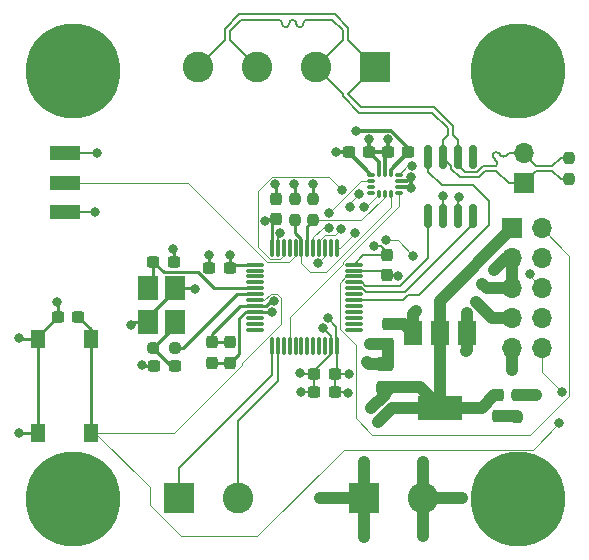
<source format=gbr>
%TF.GenerationSoftware,KiCad,Pcbnew,7.0.7*%
%TF.CreationDate,2024-03-24T23:16:09-05:00*%
%TF.ProjectId,lsm6dsoxCANEnabled,6c736d36-6473-46f7-9843-414e456e6162,rev?*%
%TF.SameCoordinates,Original*%
%TF.FileFunction,Copper,L1,Top*%
%TF.FilePolarity,Positive*%
%FSLAX46Y46*%
G04 Gerber Fmt 4.6, Leading zero omitted, Abs format (unit mm)*
G04 Created by KiCad (PCBNEW 7.0.7) date 2024-03-24 23:16:09*
%MOMM*%
%LPD*%
G01*
G04 APERTURE LIST*
G04 Aperture macros list*
%AMRoundRect*
0 Rectangle with rounded corners*
0 $1 Rounding radius*
0 $2 $3 $4 $5 $6 $7 $8 $9 X,Y pos of 4 corners*
0 Add a 4 corners polygon primitive as box body*
4,1,4,$2,$3,$4,$5,$6,$7,$8,$9,$2,$3,0*
0 Add four circle primitives for the rounded corners*
1,1,$1+$1,$2,$3*
1,1,$1+$1,$4,$5*
1,1,$1+$1,$6,$7*
1,1,$1+$1,$8,$9*
0 Add four rect primitives between the rounded corners*
20,1,$1+$1,$2,$3,$4,$5,0*
20,1,$1+$1,$4,$5,$6,$7,0*
20,1,$1+$1,$6,$7,$8,$9,0*
20,1,$1+$1,$8,$9,$2,$3,0*%
G04 Aperture macros list end*
%TA.AperFunction,SMDPad,CuDef*%
%ADD10RoundRect,0.237500X-0.237500X0.300000X-0.237500X-0.300000X0.237500X-0.300000X0.237500X0.300000X0*%
%TD*%
%TA.AperFunction,SMDPad,CuDef*%
%ADD11R,1.500000X2.000000*%
%TD*%
%TA.AperFunction,SMDPad,CuDef*%
%ADD12R,3.800000X2.000000*%
%TD*%
%TA.AperFunction,SMDPad,CuDef*%
%ADD13RoundRect,0.250000X0.475000X-0.337500X0.475000X0.337500X-0.475000X0.337500X-0.475000X-0.337500X0*%
%TD*%
%TA.AperFunction,SMDPad,CuDef*%
%ADD14RoundRect,0.237500X-0.237500X0.250000X-0.237500X-0.250000X0.237500X-0.250000X0.237500X0.250000X0*%
%TD*%
%TA.AperFunction,SMDPad,CuDef*%
%ADD15R,1.800000X2.100000*%
%TD*%
%TA.AperFunction,SMDPad,CuDef*%
%ADD16RoundRect,0.237500X-0.300000X-0.237500X0.300000X-0.237500X0.300000X0.237500X-0.300000X0.237500X0*%
%TD*%
%TA.AperFunction,SMDPad,CuDef*%
%ADD17RoundRect,0.237500X0.300000X0.237500X-0.300000X0.237500X-0.300000X-0.237500X0.300000X-0.237500X0*%
%TD*%
%TA.AperFunction,SMDPad,CuDef*%
%ADD18RoundRect,0.150000X0.150000X-0.825000X0.150000X0.825000X-0.150000X0.825000X-0.150000X-0.825000X0*%
%TD*%
%TA.AperFunction,SMDPad,CuDef*%
%ADD19RoundRect,0.075000X-0.662500X-0.075000X0.662500X-0.075000X0.662500X0.075000X-0.662500X0.075000X0*%
%TD*%
%TA.AperFunction,SMDPad,CuDef*%
%ADD20RoundRect,0.075000X-0.075000X-0.662500X0.075000X-0.662500X0.075000X0.662500X-0.075000X0.662500X0*%
%TD*%
%TA.AperFunction,SMDPad,CuDef*%
%ADD21RoundRect,0.237500X0.237500X-0.250000X0.237500X0.250000X-0.237500X0.250000X-0.237500X-0.250000X0*%
%TD*%
%TA.AperFunction,ComponentPad*%
%ADD22R,1.700000X1.700000*%
%TD*%
%TA.AperFunction,ComponentPad*%
%ADD23O,1.700000X1.700000*%
%TD*%
%TA.AperFunction,ComponentPad*%
%ADD24R,2.600000X2.600000*%
%TD*%
%TA.AperFunction,ComponentPad*%
%ADD25C,2.600000*%
%TD*%
%TA.AperFunction,ComponentPad*%
%ADD26C,0.900000*%
%TD*%
%TA.AperFunction,ComponentPad*%
%ADD27C,8.000000*%
%TD*%
%TA.AperFunction,SMDPad,CuDef*%
%ADD28RoundRect,0.237500X0.237500X-0.300000X0.237500X0.300000X-0.237500X0.300000X-0.237500X-0.300000X0*%
%TD*%
%TA.AperFunction,SMDPad,CuDef*%
%ADD29RoundRect,0.237500X0.250000X0.237500X-0.250000X0.237500X-0.250000X-0.237500X0.250000X-0.237500X0*%
%TD*%
%TA.AperFunction,SMDPad,CuDef*%
%ADD30RoundRect,0.087500X0.225000X0.087500X-0.225000X0.087500X-0.225000X-0.087500X0.225000X-0.087500X0*%
%TD*%
%TA.AperFunction,SMDPad,CuDef*%
%ADD31RoundRect,0.087500X0.087500X0.225000X-0.087500X0.225000X-0.087500X-0.225000X0.087500X-0.225000X0*%
%TD*%
%TA.AperFunction,SMDPad,CuDef*%
%ADD32RoundRect,0.237500X0.237500X-0.287500X0.237500X0.287500X-0.237500X0.287500X-0.237500X-0.287500X0*%
%TD*%
%TA.AperFunction,SMDPad,CuDef*%
%ADD33R,1.300000X1.550000*%
%TD*%
%TA.AperFunction,SMDPad,CuDef*%
%ADD34R,2.500000X1.250000*%
%TD*%
%TA.AperFunction,ViaPad*%
%ADD35C,0.800000*%
%TD*%
%TA.AperFunction,Conductor*%
%ADD36C,1.000000*%
%TD*%
%TA.AperFunction,Conductor*%
%ADD37C,0.100000*%
%TD*%
%TA.AperFunction,Conductor*%
%ADD38C,0.250000*%
%TD*%
%TA.AperFunction,Conductor*%
%ADD39C,0.300000*%
%TD*%
%TA.AperFunction,Conductor*%
%ADD40C,0.200000*%
%TD*%
G04 APERTURE END LIST*
D10*
%TO.P,C4,1*%
%TO.N,+5V*%
X86700000Y-46837500D03*
%TO.P,C4,2*%
%TO.N,GND*%
X86700000Y-48562500D03*
%TD*%
D11*
%TO.P,U5,1,GND*%
%TO.N,GND*%
X93400000Y-47600000D03*
D12*
%TO.P,U5,2,VO*%
%TO.N,+3.3V*%
X91100000Y-53900000D03*
D11*
X91100000Y-47600000D03*
%TO.P,U5,3,VI*%
%TO.N,+5V*%
X88800000Y-47600000D03*
%TD*%
D13*
%TO.P,C5,1*%
%TO.N,+3.3V*%
X86450000Y-52287500D03*
%TO.P,C5,2*%
%TO.N,GND*%
X86450000Y-50212500D03*
%TD*%
D14*
%TO.P,R1,1*%
%TO.N,+3.3V*%
X80400000Y-36237500D03*
%TO.P,R1,2*%
%TO.N,I2C1_SCL*%
X80400000Y-38062500D03*
%TD*%
D15*
%TO.P,Y1,1,1*%
%TO.N,HSE_In*%
X66400000Y-43800000D03*
%TO.P,Y1,2,2*%
%TO.N,GND*%
X66400000Y-46700000D03*
%TO.P,Y1,3,3*%
%TO.N,Net-(C3-Pad1)*%
X68700000Y-46700000D03*
%TO.P,Y1,4,4*%
%TO.N,GND*%
X68700000Y-43800000D03*
%TD*%
D16*
%TO.P,C13,1*%
%TO.N,+3.3V*%
X83387500Y-32300000D03*
%TO.P,C13,2*%
%TO.N,GND*%
X85112500Y-32300000D03*
%TD*%
D17*
%TO.P,C7,1*%
%TO.N,+3.3V*%
X82187500Y-51050000D03*
%TO.P,C7,2*%
%TO.N,GND*%
X80462500Y-51050000D03*
%TD*%
D18*
%TO.P,U2,1,TXD*%
%TO.N,CAN_TX*%
X90095000Y-37675000D03*
%TO.P,U2,2,GND*%
%TO.N,GND*%
X91365000Y-37675000D03*
%TO.P,U2,3,VCC*%
%TO.N,+5V*%
X92635000Y-37675000D03*
%TO.P,U2,4,RXD*%
%TO.N,CAN_RX*%
X93905000Y-37675000D03*
%TO.P,U2,5,NC*%
%TO.N,unconnected-(U2-NC-Pad5)*%
X93905000Y-32725000D03*
%TO.P,U2,6,CANL*%
%TO.N,CAN_IN-*%
X92635000Y-32725000D03*
%TO.P,U2,7,CANH*%
%TO.N,CAN_IN+*%
X91365000Y-32725000D03*
%TO.P,U2,8,S*%
%TO.N,Silent_Mode*%
X90095000Y-32725000D03*
%TD*%
D19*
%TO.P,U3,1,VBAT*%
%TO.N,+3.3V*%
X75475000Y-41800000D03*
%TO.P,U3,2,PC13*%
%TO.N,unconnected-(U3-PC13-Pad2)*%
X75475000Y-42300000D03*
%TO.P,U3,3,PC14*%
%TO.N,unconnected-(U3-PC14-Pad3)*%
X75475000Y-42800000D03*
%TO.P,U3,4,PC15*%
%TO.N,unconnected-(U3-PC15-Pad4)*%
X75475000Y-43300000D03*
%TO.P,U3,5,PD0*%
%TO.N,HSE_In*%
X75475000Y-43800000D03*
%TO.P,U3,6,PD1*%
%TO.N,HSE_OUT*%
X75475000Y-44300000D03*
%TO.P,U3,7,NRST*%
%TO.N,NRST*%
X75475000Y-44800000D03*
%TO.P,U3,8,VSSA*%
%TO.N,GND*%
X75475000Y-45300000D03*
%TO.P,U3,9,VDDA*%
%TO.N,+3.3V*%
X75475000Y-45800000D03*
%TO.P,U3,10,PA0*%
%TO.N,unconnected-(U3-PA0-Pad10)*%
X75475000Y-46300000D03*
%TO.P,U3,11,PA1*%
%TO.N,unconnected-(U3-PA1-Pad11)*%
X75475000Y-46800000D03*
%TO.P,U3,12,PA2*%
%TO.N,unconnected-(U3-PA2-Pad12)*%
X75475000Y-47300000D03*
D20*
%TO.P,U3,13,PA3*%
%TO.N,GPIO1*%
X76887500Y-48712500D03*
%TO.P,U3,14,PA4*%
%TO.N,GPIO2*%
X77387500Y-48712500D03*
%TO.P,U3,15,PA5*%
%TO.N,unconnected-(U3-PA5-Pad15)*%
X77887500Y-48712500D03*
%TO.P,U3,16,PA6*%
%TO.N,SDO*%
X78387500Y-48712500D03*
%TO.P,U3,17,PA7*%
%TO.N,unconnected-(U3-PA7-Pad17)*%
X78887500Y-48712500D03*
%TO.P,U3,18,PB0*%
%TO.N,unconnected-(U3-PB0-Pad18)*%
X79387500Y-48712500D03*
%TO.P,U3,19,PB1*%
%TO.N,unconnected-(U3-PB1-Pad19)*%
X79887500Y-48712500D03*
%TO.P,U3,20,PB2*%
%TO.N,unconnected-(U3-PB2-Pad20)*%
X80387500Y-48712500D03*
%TO.P,U3,21,PB10*%
%TO.N,unconnected-(U3-PB10-Pad21)*%
X80887500Y-48712500D03*
%TO.P,U3,22,PB11*%
%TO.N,unconnected-(U3-PB11-Pad22)*%
X81387500Y-48712500D03*
%TO.P,U3,23,VSS*%
%TO.N,GND*%
X81887500Y-48712500D03*
%TO.P,U3,24,VDD*%
%TO.N,+3.3V*%
X82387500Y-48712500D03*
D19*
%TO.P,U3,25,PB12*%
%TO.N,unconnected-(U3-PB12-Pad25)*%
X83800000Y-47300000D03*
%TO.P,U3,26,PB13*%
%TO.N,unconnected-(U3-PB13-Pad26)*%
X83800000Y-46800000D03*
%TO.P,U3,27,PB14*%
%TO.N,unconnected-(U3-PB14-Pad27)*%
X83800000Y-46300000D03*
%TO.P,U3,28,PB15*%
%TO.N,unconnected-(U3-PB15-Pad28)*%
X83800000Y-45800000D03*
%TO.P,U3,29,PA8*%
%TO.N,unconnected-(U3-PA8-Pad29)*%
X83800000Y-45300000D03*
%TO.P,U3,30,PA9*%
%TO.N,Silent_Mode*%
X83800000Y-44800000D03*
%TO.P,U3,31,PA10*%
%TO.N,unconnected-(U3-PA10-Pad31)*%
X83800000Y-44300000D03*
%TO.P,U3,32,PA11*%
%TO.N,CAN_RX*%
X83800000Y-43800000D03*
%TO.P,U3,33,PA12*%
%TO.N,CAN_TX*%
X83800000Y-43300000D03*
%TO.P,U3,34,PA13*%
%TO.N,SYS_JTMS_SWDIO*%
X83800000Y-42800000D03*
%TO.P,U3,35,VSS*%
%TO.N,GND*%
X83800000Y-42300000D03*
%TO.P,U3,36,VDD*%
%TO.N,+3.3V*%
X83800000Y-41800000D03*
D20*
%TO.P,U3,37,PA14*%
%TO.N,SYS_JTCK_SWCL*%
X82387500Y-40387500D03*
%TO.P,U3,38,PA15*%
%TO.N,unconnected-(U3-PA15-Pad38)*%
X81887500Y-40387500D03*
%TO.P,U3,39,PB3*%
%TO.N,SYS_JTDO_TRACESWO*%
X81387500Y-40387500D03*
%TO.P,U3,40,PB4*%
%TO.N,INT1*%
X80887500Y-40387500D03*
%TO.P,U3,41,PB5*%
%TO.N,INT2*%
X80387500Y-40387500D03*
%TO.P,U3,42,PB6*%
%TO.N,I2C1_SCL*%
X79887500Y-40387500D03*
%TO.P,U3,43,PB7*%
%TO.N,I2C1_SDA*%
X79387500Y-40387500D03*
%TO.P,U3,44,BOOT0*%
%TO.N,BOOT0*%
X78887500Y-40387500D03*
%TO.P,U3,45,PB8*%
%TO.N,unconnected-(U3-PB8-Pad45)*%
X78387500Y-40387500D03*
%TO.P,U3,46,PB9*%
%TO.N,CS*%
X77887500Y-40387500D03*
%TO.P,U3,47,VSS*%
%TO.N,GND*%
X77387500Y-40387500D03*
%TO.P,U3,48,VDD*%
%TO.N,+3.3V*%
X76887500Y-40387500D03*
%TD*%
D16*
%TO.P,C2,1*%
%TO.N,HSE_In*%
X66837500Y-41550000D03*
%TO.P,C2,2*%
%TO.N,GND*%
X68562500Y-41550000D03*
%TD*%
D21*
%TO.P,R4,1*%
%TO.N,CAN_IN+*%
X102050000Y-34562500D03*
%TO.P,R4,2*%
%TO.N,CAN_IN-*%
X102050000Y-32737500D03*
%TD*%
D22*
%TO.P,J4,1,Pin_1*%
%TO.N,+3.3V*%
X97210000Y-38730000D03*
D23*
%TO.P,J4,2,Pin_2*%
%TO.N,SYS_JTMS_SWDIO*%
X99750000Y-38730000D03*
%TO.P,J4,3,Pin_3*%
%TO.N,GND*%
X97210000Y-41270000D03*
%TO.P,J4,4,Pin_4*%
%TO.N,SYS_JTCK_SWCL*%
X99750000Y-41270000D03*
%TO.P,J4,5,Pin_5*%
%TO.N,GND*%
X97210000Y-43810000D03*
%TO.P,J4,6,Pin_6*%
%TO.N,SYS_JTDO_TRACESWO*%
X99750000Y-43810000D03*
%TO.P,J4,7,Pin_7*%
%TO.N,+5V*%
X97210000Y-46350000D03*
%TO.P,J4,8,Pin_8*%
%TO.N,unconnected-(J4-Pin_8-Pad8)*%
X99750000Y-46350000D03*
%TO.P,J4,9,Pin_9*%
%TO.N,GND*%
X97210000Y-48890000D03*
%TO.P,J4,10,Pin_10*%
%TO.N,NRST*%
X99750000Y-48890000D03*
%TD*%
D24*
%TO.P,J3,1,Pin_1*%
%TO.N,GND*%
X84700000Y-61600000D03*
D25*
%TO.P,J3,2,Pin_2*%
%TO.N,+5V*%
X89700000Y-61600000D03*
%TD*%
D24*
%TO.P,J2,1,Pin_1*%
%TO.N,GPIO1*%
X69000000Y-61600000D03*
D25*
%TO.P,J2,2,Pin_2*%
%TO.N,GPIO2*%
X74000000Y-61600000D03*
%TD*%
D26*
%TO.P,H2,1*%
%TO.N,N/C*%
X57028680Y-61671320D03*
X57907360Y-59550000D03*
X57907360Y-63792640D03*
X60028680Y-58671320D03*
D27*
X60028680Y-61671320D03*
D26*
X60028680Y-64671320D03*
X62150000Y-59550000D03*
X62150000Y-63792640D03*
X63028680Y-61671320D03*
%TD*%
D28*
%TO.P,C8,1*%
%TO.N,+3.3V*%
X77250000Y-37962500D03*
%TO.P,C8,2*%
%TO.N,GND*%
X77250000Y-36237500D03*
%TD*%
D26*
%TO.P,H1,1*%
%TO.N,N/C*%
X57028680Y-25421320D03*
X57907360Y-23300000D03*
X57907360Y-27542640D03*
X60028680Y-22421320D03*
D27*
X60028680Y-25421320D03*
D26*
X60028680Y-28421320D03*
X62150000Y-23300000D03*
X62150000Y-27542640D03*
X63028680Y-25421320D03*
%TD*%
D14*
%TO.P,R2,1*%
%TO.N,+3.3V*%
X78850000Y-36237500D03*
%TO.P,R2,2*%
%TO.N,I2C1_SDA*%
X78850000Y-38062500D03*
%TD*%
D24*
%TO.P,J5,1,Pin_1*%
%TO.N,CAN_IN-*%
X85600000Y-25045000D03*
D25*
%TO.P,J5,2,Pin_2*%
%TO.N,CAN_IN+*%
X80600000Y-25045000D03*
%TO.P,J5,3,Pin_3*%
X75600000Y-25045000D03*
%TO.P,J5,4,Pin_4*%
%TO.N,CAN_IN-*%
X70600000Y-25045000D03*
%TD*%
D17*
%TO.P,C1,1*%
%TO.N,NRST*%
X60462500Y-46200000D03*
%TO.P,C1,2*%
%TO.N,GND*%
X58737500Y-46200000D03*
%TD*%
D29*
%TO.P,R3,1*%
%TO.N,HSE_OUT*%
X68662500Y-48850000D03*
%TO.P,R3,2*%
%TO.N,Net-(C3-Pad1)*%
X66837500Y-48850000D03*
%TD*%
D30*
%TO.P,U1,1,SD0*%
%TO.N,SDO*%
X87612500Y-35700000D03*
%TO.P,U1,2,SDX*%
%TO.N,GND*%
X87612500Y-35200000D03*
%TO.P,U1,3,SCX*%
X87612500Y-34700000D03*
%TO.P,U1,4,INT1*%
%TO.N,INT1*%
X87612500Y-34200000D03*
D31*
%TO.P,U1,5,VDDIO*%
%TO.N,+3.3V*%
X86950000Y-34037500D03*
%TO.P,U1,6,GND*%
%TO.N,GND*%
X86450000Y-34037500D03*
%TO.P,U1,7,GND*%
X85950000Y-34037500D03*
D30*
%TO.P,U1,8,VDD*%
%TO.N,+3.3V*%
X85287500Y-34200000D03*
%TO.P,U1,9,INT2*%
%TO.N,INT2*%
X85287500Y-34700000D03*
%TO.P,U1,10,OCS_AUX*%
%TO.N,unconnected-(U1-OCS_AUX-Pad10)*%
X85287500Y-35200000D03*
%TO.P,U1,11,SDO_AUX*%
%TO.N,unconnected-(U1-SDO_AUX-Pad11)*%
X85287500Y-35700000D03*
D31*
%TO.P,U1,12,CS*%
%TO.N,CS*%
X85950000Y-35862500D03*
%TO.P,U1,13,SCL*%
%TO.N,I2C1_SCL*%
X86450000Y-35862500D03*
%TO.P,U1,14,SDA*%
%TO.N,I2C1_SDA*%
X86950000Y-35862500D03*
%TD*%
D17*
%TO.P,C6,1*%
%TO.N,+3.3V*%
X73312500Y-42100000D03*
%TO.P,C6,2*%
%TO.N,GND*%
X71587500Y-42100000D03*
%TD*%
D28*
%TO.P,C11,1*%
%TO.N,+3.3V*%
X73350000Y-50112500D03*
%TO.P,C11,2*%
%TO.N,GND*%
X73350000Y-48387500D03*
%TD*%
D10*
%TO.P,C9,1*%
%TO.N,+3.3V*%
X86600000Y-40987500D03*
%TO.P,C9,2*%
%TO.N,GND*%
X86600000Y-42712500D03*
%TD*%
D32*
%TO.P,D1,1,K*%
%TO.N,Net-(D1-K)*%
X96000000Y-54625000D03*
%TO.P,D1,2,A*%
%TO.N,+3.3V*%
X96000000Y-52875000D03*
%TD*%
D26*
%TO.P,H4,1*%
%TO.N,N/C*%
X94698680Y-61681320D03*
X95577360Y-59560000D03*
X95577360Y-63802640D03*
X97698680Y-58681320D03*
D27*
X97698680Y-61681320D03*
D26*
X97698680Y-64681320D03*
X99820000Y-59560000D03*
X99820000Y-63802640D03*
X100698680Y-61681320D03*
%TD*%
D21*
%TO.P,R5,1*%
%TO.N,Net-(D1-K)*%
X97650000Y-54662500D03*
%TO.P,R5,2*%
%TO.N,GND*%
X97650000Y-52837500D03*
%TD*%
D28*
%TO.P,C12,1*%
%TO.N,+3.3V*%
X71800000Y-50112500D03*
%TO.P,C12,2*%
%TO.N,GND*%
X71800000Y-48387500D03*
%TD*%
D26*
%TO.P,H3,1*%
%TO.N,N/C*%
X94718680Y-25421320D03*
X95597360Y-23300000D03*
X95597360Y-27542640D03*
X97718680Y-22421320D03*
D27*
X97718680Y-25421320D03*
D26*
X97718680Y-28421320D03*
X99840000Y-23300000D03*
X99840000Y-27542640D03*
X100718680Y-25421320D03*
%TD*%
D17*
%TO.P,C10,1*%
%TO.N,+3.3V*%
X82200000Y-52600000D03*
%TO.P,C10,2*%
%TO.N,GND*%
X80475000Y-52600000D03*
%TD*%
%TO.P,C3,1*%
%TO.N,Net-(C3-Pad1)*%
X68662500Y-50350000D03*
%TO.P,C3,2*%
%TO.N,GND*%
X66937500Y-50350000D03*
%TD*%
D33*
%TO.P,SW1,1,1*%
%TO.N,GND*%
X57050000Y-56030000D03*
X57050000Y-48070000D03*
%TO.P,SW1,2,2*%
%TO.N,NRST*%
X61550000Y-56030000D03*
X61550000Y-48070000D03*
%TD*%
D17*
%TO.P,C14,1*%
%TO.N,+3.3V*%
X88412500Y-32300000D03*
%TO.P,C14,2*%
%TO.N,GND*%
X86687500Y-32300000D03*
%TD*%
D34*
%TO.P,SW2,1,A*%
%TO.N,+3.3V*%
X59350000Y-32350000D03*
%TO.P,SW2,2,B*%
%TO.N,BOOT0*%
X59350000Y-34850000D03*
%TO.P,SW2,3,C*%
%TO.N,GND*%
X59350000Y-37350000D03*
%TD*%
D22*
%TO.P,J1,1,Pin_1*%
%TO.N,CAN_IN+*%
X98200000Y-34925000D03*
D23*
%TO.P,J1,2,Pin_2*%
%TO.N,CAN_IN-*%
X98200000Y-32385000D03*
%TD*%
D35*
%TO.N,GND*%
X94700000Y-43450000D03*
%TO.N,+5V*%
X94150000Y-45000000D03*
%TO.N,GND*%
X85150000Y-48550000D03*
X84950000Y-50050000D03*
X93350000Y-49100000D03*
%TO.N,+3.3V*%
X85850000Y-55100000D03*
X85300000Y-53950000D03*
%TO.N,+5V*%
X89050000Y-45750000D03*
%TO.N,GND*%
X93400000Y-45900000D03*
%TO.N,NRST*%
X101200000Y-55250000D03*
X101450500Y-52626089D03*
%TO.N,GND*%
X79250000Y-51000000D03*
X79350000Y-52600000D03*
X95700000Y-42250000D03*
X88700000Y-35350000D03*
X71600000Y-41000000D03*
X84700000Y-58550000D03*
X58700000Y-44950000D03*
X88650000Y-34400000D03*
X70400000Y-43900000D03*
X84700000Y-64850000D03*
X80950000Y-61600000D03*
X81200000Y-47200000D03*
X99250000Y-52800000D03*
X65850000Y-50300000D03*
X64950000Y-46900000D03*
X77024982Y-44866761D03*
X86700000Y-31200000D03*
X55450000Y-48050000D03*
X87600000Y-42750000D03*
X97200000Y-50750000D03*
X68500000Y-40500000D03*
X61900000Y-37350000D03*
X85100000Y-31150000D03*
X77150000Y-34950000D03*
X91350000Y-35950000D03*
X55500000Y-56100000D03*
X77596017Y-39139222D03*
%TO.N,+5V*%
X92950000Y-61600000D03*
X92750000Y-36050000D03*
X89700000Y-58550000D03*
X89700000Y-64800000D03*
%TO.N,+3.3V*%
X78750000Y-34950000D03*
X82300000Y-32300000D03*
X81650000Y-46350000D03*
X80400000Y-35000000D03*
X84000000Y-30450000D03*
X83400000Y-51100000D03*
X85500000Y-40200000D03*
X76850000Y-45800000D03*
X62050000Y-32350000D03*
X83300000Y-52650000D03*
X76300000Y-38100000D03*
X73350000Y-40950000D03*
%TO.N,SYS_JTCK_SWCL*%
X83926793Y-39126793D03*
%TO.N,SYS_JTDO_TRACESWO*%
X98700000Y-42600000D03*
X88850000Y-41050000D03*
X80796892Y-41674305D03*
X86550000Y-39726293D03*
%TO.N,CS*%
X84650000Y-36950000D03*
X82800000Y-35450000D03*
%TO.N,INT1*%
X84250000Y-35850000D03*
X83500000Y-36900000D03*
X82700000Y-38750000D03*
X88760941Y-33457001D03*
%TO.N,INT2*%
X81700000Y-38662000D03*
X81700000Y-37463000D03*
%TD*%
D36*
%TO.N,GND*%
X95060000Y-43810000D02*
X94700000Y-43450000D01*
X97210000Y-43810000D02*
X95060000Y-43810000D01*
%TO.N,+5V*%
X95500000Y-46350000D02*
X97210000Y-46350000D01*
X94150000Y-45000000D02*
X95500000Y-46350000D01*
%TO.N,+3.3V*%
X95725000Y-52875000D02*
X94700000Y-53900000D01*
X94700000Y-53900000D02*
X91100000Y-53900000D01*
X96000000Y-52875000D02*
X95725000Y-52875000D01*
%TO.N,GND*%
X85162500Y-48562500D02*
X85150000Y-48550000D01*
X86700000Y-48562500D02*
X85162500Y-48562500D01*
X85112500Y-50212500D02*
X84950000Y-50050000D01*
X86450000Y-50212500D02*
X85112500Y-50212500D01*
%TO.N,+3.3V*%
X91100000Y-47600000D02*
X91100000Y-53900000D01*
%TO.N,GND*%
X93400000Y-49050000D02*
X93350000Y-49100000D01*
X93400000Y-47600000D02*
X93400000Y-49050000D01*
%TO.N,+3.3V*%
X87050000Y-53900000D02*
X85850000Y-55100000D01*
X91100000Y-53900000D02*
X87050000Y-53900000D01*
X86537500Y-52200000D02*
X86450000Y-52287500D01*
X89400000Y-52200000D02*
X86537500Y-52200000D01*
X91100000Y-53900000D02*
X89400000Y-52200000D01*
X86450000Y-52800000D02*
X85300000Y-53950000D01*
X86450000Y-52287500D02*
X86450000Y-52800000D01*
%TO.N,GND*%
X86700000Y-49962500D02*
X86450000Y-50212500D01*
X86700000Y-48562500D02*
X86700000Y-49962500D01*
%TO.N,+5V*%
X88800000Y-46000000D02*
X89050000Y-45750000D01*
X88800000Y-47600000D02*
X88800000Y-46000000D01*
X88800000Y-47600000D02*
X88037500Y-46837500D01*
X88037500Y-46837500D02*
X86700000Y-46837500D01*
%TO.N,GND*%
X93400000Y-47600000D02*
X93400000Y-45900000D01*
%TO.N,+3.3V*%
X91100000Y-44840000D02*
X91100000Y-47600000D01*
X97210000Y-38730000D02*
X91100000Y-44840000D01*
D37*
%TO.N,NRST*%
X61930000Y-56030000D02*
X61550000Y-56030000D01*
X77273511Y-44266761D02*
X77650000Y-44643250D01*
X98968680Y-57481320D02*
X82968680Y-57481320D01*
D38*
X61550000Y-47287500D02*
X60462500Y-46200000D01*
D37*
X75650000Y-64800000D02*
X69200000Y-64800000D01*
D38*
X61550000Y-48070000D02*
X61550000Y-56030000D01*
D37*
X82968680Y-57481320D02*
X75650000Y-64800000D01*
X69200000Y-64800000D02*
X66550000Y-62150000D01*
X74350000Y-50123591D02*
X74350000Y-50300000D01*
X68620000Y-56030000D02*
X61550000Y-56030000D01*
X77650000Y-46823591D02*
X74350000Y-50123591D01*
X99750000Y-50925589D02*
X101450500Y-52626089D01*
X99750000Y-48890000D02*
X99750000Y-50925589D01*
X66550000Y-62150000D02*
X66550000Y-60650000D01*
D38*
X61550000Y-48070000D02*
X61550000Y-47287500D01*
D37*
X76243214Y-44800000D02*
X76776453Y-44266761D01*
X77650000Y-44643250D02*
X77650000Y-46823591D01*
X101200000Y-55250000D02*
X98968680Y-57481320D01*
X66550000Y-60650000D02*
X61930000Y-56030000D01*
X76776453Y-44266761D02*
X77273511Y-44266761D01*
X74350000Y-50300000D02*
X68620000Y-56030000D01*
X75475000Y-44800000D02*
X76243214Y-44800000D01*
D38*
%TO.N,HSE_In*%
X72000000Y-43800000D02*
X75475000Y-43800000D01*
X66837500Y-43362500D02*
X66400000Y-43800000D01*
X70650000Y-42450000D02*
X72000000Y-43800000D01*
X66837500Y-41550000D02*
X67737500Y-42450000D01*
X66837500Y-41550000D02*
X66837500Y-43362500D01*
X67737500Y-42450000D02*
X70650000Y-42450000D01*
D39*
%TO.N,GND*%
X85112500Y-32300000D02*
X85950000Y-33137500D01*
D38*
X68562500Y-40562500D02*
X68500000Y-40500000D01*
D40*
X80475000Y-52600000D02*
X80475000Y-51062500D01*
X81887500Y-48712500D02*
X81887500Y-47887500D01*
D38*
X65150000Y-46700000D02*
X64950000Y-46900000D01*
D40*
X91365000Y-35965000D02*
X91350000Y-35950000D01*
D38*
X77250000Y-36237500D02*
X77250000Y-35050000D01*
X68700000Y-43800000D02*
X70300000Y-43800000D01*
D40*
X80462500Y-50834619D02*
X80462500Y-51050000D01*
D36*
X99212500Y-52837500D02*
X99250000Y-52800000D01*
D40*
X77387500Y-40387500D02*
X77387500Y-39347739D01*
D38*
X57050000Y-47887500D02*
X58737500Y-46200000D01*
X55470000Y-48070000D02*
X55450000Y-48050000D01*
X58737500Y-44987500D02*
X58700000Y-44950000D01*
D36*
X84700000Y-61600000D02*
X84700000Y-64850000D01*
D38*
X74150000Y-45300000D02*
X75475000Y-45300000D01*
D40*
X91365000Y-37675000D02*
X91365000Y-35965000D01*
X80475000Y-51062500D02*
X80462500Y-51050000D01*
D36*
X84700000Y-61600000D02*
X84700000Y-58550000D01*
D38*
X57050000Y-56030000D02*
X55570000Y-56030000D01*
X75475000Y-45300000D02*
X76395405Y-45300000D01*
X71587500Y-41012500D02*
X71600000Y-41000000D01*
X57050000Y-48070000D02*
X55470000Y-48070000D01*
D40*
X77387500Y-39347739D02*
X77596017Y-39139222D01*
D38*
X65900000Y-50350000D02*
X65850000Y-50300000D01*
D40*
X86187500Y-42300000D02*
X83800000Y-42300000D01*
D38*
X57050000Y-48070000D02*
X57050000Y-47887500D01*
X71800000Y-48387500D02*
X71800000Y-47650000D01*
D39*
X88650000Y-34400000D02*
X88650000Y-35300000D01*
D36*
X97210000Y-41270000D02*
X96680000Y-41270000D01*
D38*
X71587500Y-42100000D02*
X71587500Y-41012500D01*
D39*
X86687500Y-32300000D02*
X86687500Y-31212500D01*
X86687500Y-31212500D02*
X86700000Y-31200000D01*
D38*
X68700000Y-43950000D02*
X66400000Y-46250000D01*
X71800000Y-48387500D02*
X73350000Y-48387500D01*
D40*
X79300000Y-51050000D02*
X79250000Y-51000000D01*
D39*
X87612500Y-35200000D02*
X88550000Y-35200000D01*
X85112500Y-31162500D02*
X85100000Y-31150000D01*
D40*
X87562500Y-42712500D02*
X87600000Y-42750000D01*
D38*
X70300000Y-43800000D02*
X70400000Y-43900000D01*
X76395405Y-45300000D02*
X76828644Y-44866761D01*
D40*
X81887500Y-47887500D02*
X81200000Y-47200000D01*
D39*
X85112500Y-32300000D02*
X85112500Y-31162500D01*
D38*
X68562500Y-41550000D02*
X68562500Y-40562500D01*
D40*
X86600000Y-42712500D02*
X86187500Y-42300000D01*
X59350000Y-37350000D02*
X61900000Y-37350000D01*
D36*
X97650000Y-52837500D02*
X99212500Y-52837500D01*
X97210000Y-48890000D02*
X97210000Y-50740000D01*
D38*
X66400000Y-46250000D02*
X66400000Y-46700000D01*
D40*
X80475000Y-52600000D02*
X79350000Y-52600000D01*
D38*
X66937500Y-50350000D02*
X65900000Y-50350000D01*
D39*
X88350000Y-34700000D02*
X88650000Y-34400000D01*
D36*
X84700000Y-61600000D02*
X80950000Y-61600000D01*
D38*
X55570000Y-56030000D02*
X55500000Y-56100000D01*
D39*
X85950000Y-33137500D02*
X85950000Y-34037500D01*
D36*
X97210000Y-43810000D02*
X97210000Y-41270000D01*
D38*
X77250000Y-35050000D02*
X77150000Y-34950000D01*
D39*
X86450000Y-32537500D02*
X86687500Y-32300000D01*
D40*
X80462500Y-51050000D02*
X79300000Y-51050000D01*
D39*
X88650000Y-35300000D02*
X88700000Y-35350000D01*
D38*
X66400000Y-46700000D02*
X65150000Y-46700000D01*
D40*
X86600000Y-42712500D02*
X87562500Y-42712500D01*
D39*
X88550000Y-35200000D02*
X88700000Y-35350000D01*
D38*
X76828644Y-44866761D02*
X77024982Y-44866761D01*
X71800000Y-47650000D02*
X74150000Y-45300000D01*
D39*
X86450000Y-34037500D02*
X86450000Y-32537500D01*
D38*
X57050000Y-48070000D02*
X57050000Y-56030000D01*
D40*
X81887500Y-49409619D02*
X80462500Y-50834619D01*
X81887500Y-48712500D02*
X81887500Y-49409619D01*
D38*
X68700000Y-43800000D02*
X68700000Y-43950000D01*
D36*
X96680000Y-41270000D02*
X95700000Y-42250000D01*
D39*
X87612500Y-34700000D02*
X88350000Y-34700000D01*
D38*
X58737500Y-46200000D02*
X58737500Y-44987500D01*
D36*
X97210000Y-50740000D02*
X97200000Y-50750000D01*
D39*
X85112500Y-32300000D02*
X86687500Y-32300000D01*
D38*
%TO.N,Net-(C3-Pad1)*%
X68337500Y-50350000D02*
X66837500Y-48850000D01*
X69162500Y-47162500D02*
X68700000Y-46700000D01*
X68700000Y-46987500D02*
X68700000Y-46700000D01*
X66837500Y-48850000D02*
X68700000Y-46987500D01*
X68662500Y-50350000D02*
X68337500Y-50350000D01*
D36*
%TO.N,+5V*%
X89700000Y-61600000D02*
X89700000Y-58550000D01*
D40*
X92635000Y-37675000D02*
X92635000Y-36165000D01*
X92635000Y-36165000D02*
X92750000Y-36050000D01*
D36*
X89700000Y-61600000D02*
X89700000Y-64800000D01*
X89700000Y-61600000D02*
X92950000Y-61600000D01*
D38*
%TO.N,+3.3V*%
X74100000Y-49362500D02*
X73350000Y-50112500D01*
X78850000Y-36237500D02*
X78850000Y-35050000D01*
X73312500Y-40987500D02*
X73350000Y-40950000D01*
D39*
X86950000Y-33762500D02*
X88412500Y-32300000D01*
D40*
X82387500Y-50850000D02*
X82387500Y-48712500D01*
X82350000Y-48675000D02*
X82350000Y-47050000D01*
D38*
X74100000Y-46350000D02*
X74100000Y-49362500D01*
D40*
X82200000Y-52600000D02*
X83250000Y-52600000D01*
X82187500Y-51050000D02*
X83350000Y-51050000D01*
D39*
X86950000Y-34037500D02*
X86950000Y-33762500D01*
D38*
X73312500Y-42100000D02*
X73312500Y-40987500D01*
D40*
X82350000Y-47050000D02*
X81650000Y-46350000D01*
D38*
X78850000Y-35050000D02*
X78750000Y-34950000D01*
X80400000Y-36237500D02*
X80400000Y-35000000D01*
X75475000Y-45800000D02*
X74650000Y-45800000D01*
X75475000Y-45800000D02*
X76850000Y-45800000D01*
D40*
X82187500Y-51050000D02*
X82387500Y-50850000D01*
D38*
X71800000Y-50112500D02*
X73350000Y-50112500D01*
D40*
X82200000Y-51062500D02*
X82187500Y-51050000D01*
X82200000Y-52600000D02*
X82200000Y-51062500D01*
D38*
X73612500Y-41800000D02*
X73312500Y-42100000D01*
X74650000Y-45800000D02*
X74100000Y-46350000D01*
X76437500Y-37962500D02*
X76300000Y-38100000D01*
D40*
X86600000Y-40987500D02*
X86600000Y-40700000D01*
X86100000Y-40200000D02*
X85500000Y-40200000D01*
X86600000Y-40987500D02*
X84612500Y-40987500D01*
X83350000Y-51050000D02*
X83400000Y-51100000D01*
X86600000Y-40700000D02*
X86100000Y-40200000D01*
D39*
X86939950Y-30450000D02*
X84000000Y-30450000D01*
D40*
X59350000Y-32350000D02*
X62050000Y-32350000D01*
D39*
X85287500Y-34200000D02*
X83387500Y-32300000D01*
D38*
X76887500Y-38325000D02*
X76887500Y-40387500D01*
X77250000Y-37962500D02*
X76887500Y-38325000D01*
D39*
X83387500Y-32300000D02*
X82300000Y-32300000D01*
X88412500Y-32300000D02*
X88412500Y-31922550D01*
D40*
X83250000Y-52600000D02*
X83300000Y-52650000D01*
X84612500Y-40987500D02*
X83800000Y-41800000D01*
D38*
X75475000Y-41800000D02*
X73612500Y-41800000D01*
X77250000Y-37962500D02*
X76437500Y-37962500D01*
D40*
X82387500Y-48712500D02*
X82350000Y-48675000D01*
D39*
X88412500Y-31922550D02*
X86939950Y-30450000D01*
D40*
%TO.N,GPIO2*%
X77387500Y-51662500D02*
X77387500Y-48712500D01*
X74000000Y-55050000D02*
X77387500Y-51662500D01*
X74000000Y-61600000D02*
X74000000Y-55050000D01*
%TO.N,GPIO1*%
X69000000Y-59050000D02*
X76887500Y-51162500D01*
X76887500Y-51162500D02*
X76887500Y-48712500D01*
X69000000Y-61600000D02*
X69000000Y-59050000D01*
D37*
%TO.N,I2C1_SCL*%
X86450000Y-35862500D02*
X86450000Y-36081586D01*
X86450000Y-36081586D02*
X84469086Y-38062500D01*
D38*
X79887500Y-38575000D02*
X79887500Y-40387500D01*
X80400000Y-38062500D02*
X79887500Y-38575000D01*
D37*
X84469086Y-38062500D02*
X80400000Y-38062500D01*
%TO.N,I2C1_SDA*%
X86950000Y-36951409D02*
X81451409Y-42450000D01*
D38*
X79387500Y-39655025D02*
X79387500Y-40387500D01*
D37*
X79387500Y-41687500D02*
X79387500Y-40387500D01*
D38*
X78850000Y-39117525D02*
X79387500Y-39655025D01*
D37*
X86950000Y-35862500D02*
X86950000Y-36951409D01*
X80150000Y-42450000D02*
X79387500Y-41687500D01*
X81451409Y-42450000D02*
X80150000Y-42450000D01*
D38*
X78850000Y-38062500D02*
X78850000Y-39117525D01*
%TO.N,HSE_OUT*%
X68662500Y-48850000D02*
X69350000Y-48850000D01*
X69350000Y-48850000D02*
X73900000Y-44300000D01*
X73900000Y-44300000D02*
X75475000Y-44300000D01*
D37*
%TO.N,BOOT0*%
X76475000Y-41575000D02*
X69750000Y-34850000D01*
X78326409Y-41575000D02*
X76475000Y-41575000D01*
X78887500Y-41013909D02*
X78326409Y-41575000D01*
X69750000Y-34850000D02*
X59350000Y-34850000D01*
X78887500Y-40387500D02*
X78887500Y-41013909D01*
%TO.N,SYS_JTMS_SWDIO*%
X82650000Y-43323590D02*
X83173590Y-42800000D01*
X102050000Y-41030000D02*
X102050000Y-52900000D01*
X82650000Y-47276409D02*
X82650000Y-43323590D01*
X98750000Y-56200000D02*
X85400000Y-56200000D01*
X84000000Y-48626409D02*
X82650000Y-47276409D01*
X102050000Y-52900000D02*
X98750000Y-56200000D01*
X85400000Y-56200000D02*
X84000000Y-54800000D01*
X83173590Y-42800000D02*
X83800000Y-42800000D01*
X84000000Y-54800000D02*
X84000000Y-48626409D01*
X99750000Y-38730000D02*
X102050000Y-41030000D01*
%TO.N,SYS_JTCK_SWCL*%
X82387500Y-40387500D02*
X82666086Y-40387500D01*
X82666086Y-40387500D02*
X83926793Y-39126793D01*
%TO.N,SYS_JTDO_TRACESWO*%
X87526293Y-39726293D02*
X86550000Y-39726293D01*
X98700000Y-42760000D02*
X98700000Y-42600000D01*
X81387500Y-41083697D02*
X80796892Y-41674305D01*
X81387500Y-40387500D02*
X81387500Y-41083697D01*
X99750000Y-43810000D02*
X98700000Y-42760000D01*
X88850000Y-41050000D02*
X87526293Y-39726293D01*
D40*
%TO.N,CAN_TX*%
X90095000Y-41255000D02*
X87750000Y-43600000D01*
X87750000Y-43600000D02*
X84797119Y-43600000D01*
X90095000Y-37675000D02*
X90095000Y-41255000D01*
X84797119Y-43600000D02*
X84497119Y-43300000D01*
X84497119Y-43300000D02*
X83800000Y-43300000D01*
%TO.N,CAN_RX*%
X88150000Y-44150000D02*
X84847119Y-44150000D01*
X84847119Y-44150000D02*
X84497119Y-43800000D01*
X93905000Y-37675000D02*
X93905000Y-38395000D01*
X93905000Y-38395000D02*
X88150000Y-44150000D01*
X84497119Y-43800000D02*
X83800000Y-43800000D01*
%TO.N,Silent_Mode*%
X89340000Y-44360000D02*
X88434975Y-44360000D01*
X95250000Y-38450000D02*
X89340000Y-44360000D01*
X91250000Y-35100000D02*
X93900000Y-35100000D01*
X93900000Y-35100000D02*
X95250000Y-36450000D01*
X95250000Y-36450000D02*
X95250000Y-38450000D01*
X88434975Y-44360000D02*
X87994975Y-44800000D01*
X90095000Y-32725000D02*
X90095000Y-33945000D01*
X90095000Y-33945000D02*
X91250000Y-35100000D01*
X87994975Y-44800000D02*
X83800000Y-44800000D01*
D37*
%TO.N,SDO*%
X87612500Y-36861091D02*
X87612500Y-35700000D01*
X82862500Y-41611091D02*
X87612500Y-36861091D01*
X82862500Y-41787500D02*
X82862500Y-41611091D01*
X78387500Y-48712500D02*
X78387500Y-46262500D01*
X78387500Y-46262500D02*
X82862500Y-41787500D01*
%TO.N,CS*%
X76901471Y-34350000D02*
X75700000Y-35551471D01*
X84862500Y-36950000D02*
X84650000Y-36950000D01*
X76698591Y-41325000D02*
X77576409Y-41325000D01*
X77576409Y-41325000D02*
X77887500Y-41013909D01*
X75700000Y-40326409D02*
X76698591Y-41325000D01*
X75700000Y-35551471D02*
X75700000Y-40326409D01*
X85950000Y-35862500D02*
X84862500Y-36950000D01*
X77887500Y-41013909D02*
X77887500Y-40387500D01*
X81700000Y-34350000D02*
X76901471Y-34350000D01*
X82800000Y-35450000D02*
X81700000Y-34350000D01*
%TO.N,INT1*%
X82188000Y-39262000D02*
X82700000Y-38750000D01*
X83500000Y-36600000D02*
X84250000Y-35850000D01*
X88355499Y-33457001D02*
X87612500Y-34200000D01*
X80887500Y-39761091D02*
X81386591Y-39262000D01*
X88760941Y-33457001D02*
X88355499Y-33457001D01*
X81386591Y-39262000D02*
X82188000Y-39262000D01*
X83500000Y-36900000D02*
X83500000Y-36600000D01*
X80887500Y-40387500D02*
X80887500Y-39761091D01*
%TO.N,INT2*%
X85287500Y-34700000D02*
X84463000Y-34700000D01*
X80387500Y-39461091D02*
X80387500Y-40387500D01*
X84463000Y-34700000D02*
X81700000Y-37463000D01*
X81700000Y-38662000D02*
X81186591Y-38662000D01*
X81186591Y-38662000D02*
X80387500Y-39461091D01*
D36*
%TO.N,Net-(D1-K)*%
X96000000Y-54625000D02*
X97612500Y-54625000D01*
X97612500Y-54625000D02*
X97650000Y-54662500D01*
D40*
%TO.N,CAN_IN-*%
X94220685Y-33950000D02*
X94740685Y-33430000D01*
X102050000Y-32737500D02*
X101318749Y-32737500D01*
X100172795Y-33429999D02*
X99244999Y-33429999D01*
X83325000Y-21756800D02*
X82193200Y-20625000D01*
X101318749Y-32737500D02*
X100631249Y-33425000D01*
X92635000Y-33358603D02*
X93226397Y-33950000D01*
X72875000Y-22770000D02*
X70600000Y-25045000D01*
X85600000Y-25045000D02*
X83325001Y-27319999D01*
X100631249Y-33425000D02*
X100177794Y-33425000D01*
X83325001Y-27356801D02*
X84443200Y-28475000D01*
X93226397Y-33950000D02*
X94220685Y-33950000D01*
X96728530Y-32581472D02*
X96728529Y-32581471D01*
X96728529Y-32581471D02*
X96924999Y-32385000D01*
X92225000Y-30852499D02*
X92635000Y-31262499D01*
X83325000Y-22770000D02*
X83325000Y-21756800D01*
X95656647Y-32358120D02*
X95656649Y-32358119D01*
X92225000Y-30056800D02*
X92225000Y-30852499D01*
X99244999Y-33429999D02*
X98200000Y-32385000D01*
X84443200Y-28475000D02*
X90643200Y-28475000D01*
X92635000Y-31262499D02*
X92635000Y-32725000D01*
X94740685Y-33430000D02*
X95879999Y-33430000D01*
X100177794Y-33425000D02*
X100172795Y-33429999D01*
X92635000Y-32725000D02*
X92635000Y-33358603D01*
X90643200Y-28475000D02*
X92225000Y-30056800D01*
X74106800Y-20625000D02*
X72875000Y-21856800D01*
X83325001Y-27319999D02*
X83325001Y-27356801D01*
X95879999Y-33005736D02*
X95656647Y-32782384D01*
X82193200Y-20625000D02*
X74106800Y-20625000D01*
X72875000Y-21856800D02*
X72875000Y-22770000D01*
X96924999Y-32385000D02*
X98200000Y-32385000D01*
X85600000Y-25045000D02*
X83325000Y-22770000D01*
X96080913Y-32358119D02*
X96304266Y-32581472D01*
X96080912Y-32358120D02*
G75*
G03*
X95656650Y-32358120I-212131J-212131D01*
G01*
X95656696Y-32358169D02*
G75*
G03*
X95656648Y-32782383I212104J-212131D01*
G01*
X95880031Y-33430032D02*
G75*
G03*
X95879999Y-33005736I-212131J212132D01*
G01*
X96304267Y-32581471D02*
G75*
G03*
X96728529Y-32581471I212131J212131D01*
G01*
%TO.N,CAN_IN+*%
X82875000Y-22770000D02*
X80600000Y-25045000D01*
X73325000Y-22770000D02*
X73325000Y-22043200D01*
X92085000Y-33445000D02*
X91365000Y-32725000D01*
X74293200Y-21075000D02*
X77450000Y-21075000D01*
X79550000Y-21405321D02*
X79550000Y-21375000D01*
X73325000Y-22043200D02*
X74293200Y-21075000D01*
X99244999Y-33880001D02*
X98200000Y-34925000D01*
X94407073Y-34399980D02*
X92769295Y-34399980D01*
X78350000Y-21405321D02*
X78350000Y-21375000D01*
X100350000Y-33875000D02*
X100344999Y-33880001D01*
X78950000Y-21375000D02*
X78950000Y-21405321D01*
X102050000Y-34562500D02*
X101318749Y-34562500D01*
X92085000Y-33715685D02*
X92085000Y-33445000D01*
X92769295Y-34399980D02*
X92085000Y-33715685D01*
X79972478Y-21075000D02*
X82006800Y-21075000D01*
X90456800Y-28925000D02*
X91775000Y-30243200D01*
X82006800Y-21075000D02*
X82875000Y-21943200D01*
X84256800Y-28925000D02*
X90456800Y-28925000D01*
X100631249Y-33875000D02*
X100350000Y-33875000D01*
X101318749Y-34562500D02*
X100631249Y-33875000D01*
X91775000Y-30243200D02*
X91775000Y-30852499D01*
X96924999Y-34925000D02*
X95879999Y-33880000D01*
X100344999Y-33880001D02*
X99244999Y-33880001D01*
X82875000Y-21943200D02*
X82875000Y-22770000D01*
X91365000Y-31262499D02*
X91365000Y-32725000D01*
X79850000Y-21075000D02*
X79972478Y-21075000D01*
X95879999Y-33880000D02*
X94927053Y-33880000D01*
X98200000Y-34925000D02*
X96924999Y-34925000D01*
X80600000Y-25045000D02*
X82874999Y-27319999D01*
X82874999Y-27319999D02*
X82874999Y-27543199D01*
X91775000Y-30852499D02*
X91365000Y-31262499D01*
X94927053Y-33880000D02*
X94407073Y-34399980D01*
X75600000Y-25045000D02*
X73325000Y-22770000D01*
X82874999Y-27543199D02*
X84256800Y-28925000D01*
X77750000Y-21375000D02*
X77750000Y-21405321D01*
X77749979Y-21405321D02*
G75*
G03*
X78050000Y-21705321I300021J21D01*
G01*
X78949979Y-21405321D02*
G75*
G03*
X79250000Y-21705321I300021J21D01*
G01*
X79250000Y-21705300D02*
G75*
G03*
X79550000Y-21405321I0J300000D01*
G01*
X78050000Y-21705300D02*
G75*
G03*
X78350000Y-21405321I0J300000D01*
G01*
X78950000Y-21375000D02*
G75*
G03*
X78650000Y-21075000I-300000J0D01*
G01*
X78650000Y-21075000D02*
G75*
G03*
X78350000Y-21375000I0J-300000D01*
G01*
X79850000Y-21075000D02*
G75*
G03*
X79550000Y-21375000I0J-300000D01*
G01*
X77750000Y-21375000D02*
G75*
G03*
X77450000Y-21075000I-300000J0D01*
G01*
%TD*%
M02*

</source>
